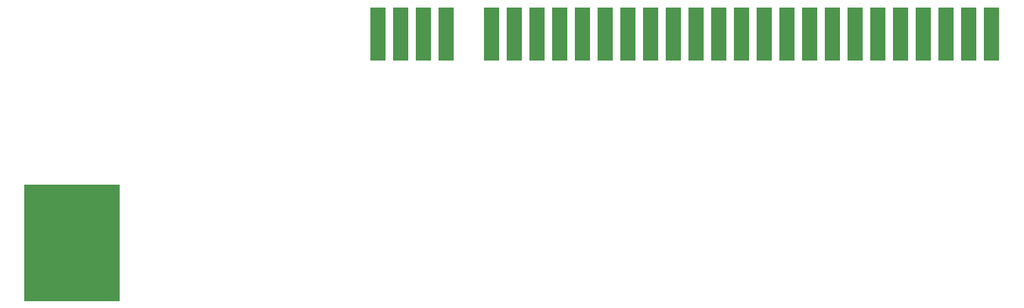
<source format=gbr>
%FSLAX34Y34*%
%MOMM*%
%LNSMDMASK_TOP*%
G71*
G01*
%ADD10R,10.700X13.000*%
%ADD11R,1.800X6.000*%
%LPD*%
X1201312Y1031874D02*
G54D10*
D03*
X1543049Y1265238D02*
G54D11*
D03*
X1568449Y1265238D02*
G54D11*
D03*
X1593849Y1265238D02*
G54D11*
D03*
X1619249Y1265238D02*
G54D11*
D03*
X1670049Y1265238D02*
G54D11*
D03*
X1695449Y1265238D02*
G54D11*
D03*
X1720849Y1265238D02*
G54D11*
D03*
X1746249Y1265238D02*
G54D11*
D03*
X1771649Y1265238D02*
G54D11*
D03*
X1797049Y1265238D02*
G54D11*
D03*
X1822449Y1265238D02*
G54D11*
D03*
X1847849Y1265238D02*
G54D11*
D03*
X1873249Y1265238D02*
G54D11*
D03*
X1898649Y1265238D02*
G54D11*
D03*
X1924049Y1265238D02*
G54D11*
D03*
X1949449Y1265238D02*
G54D11*
D03*
X1974849Y1265238D02*
G54D11*
D03*
X2000249Y1265238D02*
G54D11*
D03*
X2025649Y1265238D02*
G54D11*
D03*
X2051049Y1265238D02*
G54D11*
D03*
X2076449Y1265238D02*
G54D11*
D03*
X2101849Y1265238D02*
G54D11*
D03*
X2127249Y1265238D02*
G54D11*
D03*
X2152649Y1265238D02*
G54D11*
D03*
X2178049Y1265238D02*
G54D11*
D03*
X2203449Y1265238D02*
G54D11*
D03*
X2228849Y1265238D02*
G54D11*
D03*
M02*

</source>
